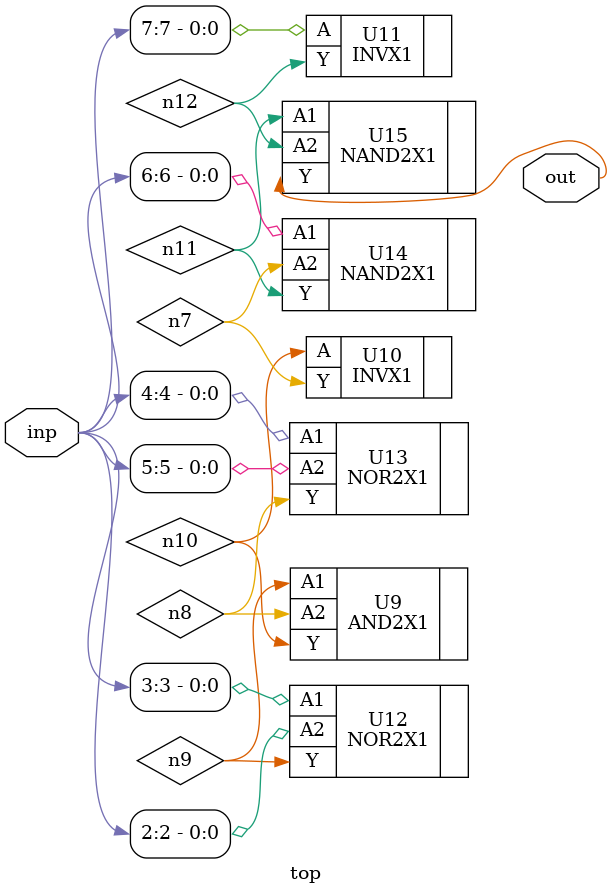
<source format=sv>


module top ( inp, out );
  input [7:0] inp;
  output out;
  wire   n7, n8, n9, n10, n11, n12;

  AND2X1 U9 ( .A1(n9), .A2(n8), .Y(n10) );
  INVX1 U10 ( .A(n10), .Y(n7) );
  INVX1 U11 ( .A(inp[7]), .Y(n12) );
  NOR2X1 U12 ( .A1(inp[3]), .A2(inp[2]), .Y(n9) );
  NOR2X1 U13 ( .A1(inp[4]), .A2(inp[5]), .Y(n8) );
  NAND2X1 U14 ( .A1(inp[6]), .A2(n7), .Y(n11) );
  NAND2X1 U15 ( .A1(n11), .A2(n12), .Y(out) );
endmodule


</source>
